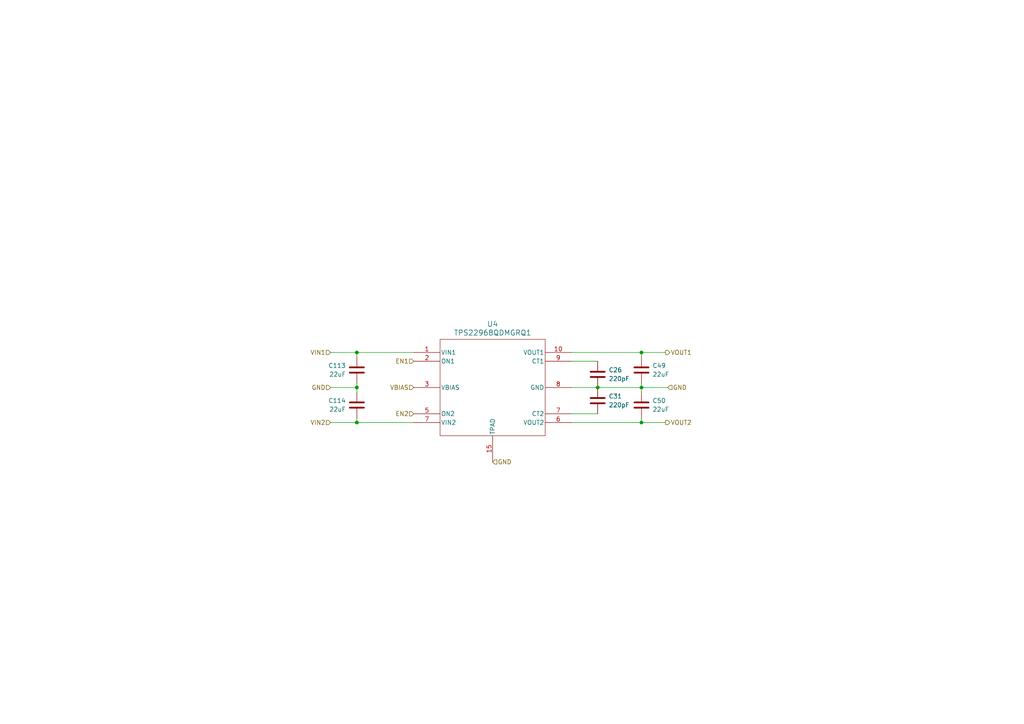
<source format=kicad_sch>
(kicad_sch (version 20250114) (generator "eeschema") (generator_version "9.0")
  (paper "A4")
  (lib_symbols
    (symbol "Common:TPS22968QDMGRQ1" (pin_names (offset 0.254))
      (property "Reference" "U" (at 15.24 33.02 0))
      (property "Value" "TPS22968QDMGRQ1" (at 15.24 30.48 0))
      (symbol "TPS22968QDMGRQ1_0_1"
        (polyline (pts (xy 0 27.94) (xy 0 0)) (stroke (width 0.127)))
        (polyline (pts (xy 0 0) (xy 30.48 0)) (stroke (width 0.127)))
        (polyline (pts (xy 30.48 27.94) (xy 0 27.94)) (stroke (width 0.127)))
        (polyline (pts (xy 30.48 0) (xy 30.48 27.94)) (stroke (width 0.127)))
      )
      (symbol "TPS22968QDMGRQ1_1_1"
        (pin power_in line (at -7.62 24.13 0) (length 7.62) (name "VIN1") (number "1"))
        (pin input line (at -7.62 21.59 0) (length 7.62) (name "ON1") (number "2"))
        (pin power_in line (at -7.62 13.97 0) (length 7.62) (name "VBIAS") (number "3"))
        (pin input line (at -7.62 6.35 0) (length 7.62) (name "ON2") (number "5"))
        (pin power_in line (at -7.62 3.81 0) (length 7.62) (name "VIN2") (number "7"))
        (pin unspecified line (at 15.24 -7.62 90) (length 7.62) (name "TPAD") (number "15"))
        (pin power_out line (at 38.1 24.13 180) (length 7.62) (name "VOUT1") (number "10"))
        (pin output line (at 38.1 21.59 180) (length 7.62) (name "CT1") (number "9"))
        (pin power_in line (at 38.1 13.97 180) (length 7.62) (name "GND") (number "8"))
        (pin output line (at 38.1 6.35 180) (length 7.62) (name "CT2") (number "7"))
        (pin power_out line (at 38.1 3.81 180) (length 7.62) (name "VOUT2") (number "6"))
      )
    )
    (symbol "Device:C" (pin_numbers (hide yes)) (pin_names (offset 0.254))
      (property "Reference" "C" (at 0.635 2.54 0))
      (property "Value" "C" (at 0.635 -2.54 0))
      (symbol "C_0_1"
        (polyline (pts (xy -2.032 0.762) (xy 2.032 0.762)) (stroke (width 0.508)))
        (polyline (pts (xy -2.032 -0.762) (xy 2.032 -0.762)) (stroke (width 0.508)))
      )
      (symbol "C_1_1"
        (pin passive line (at 0 3.81 270) (length 2.794) (name "~") (number "1"))
        (pin passive line (at 0 -3.81 90) (length 2.794) (name "~") (number "2"))
      )
    )
  )
  (junction (at 173.355 112.395))
  (junction (at 186.055 112.395))
  (junction (at 103.505 102.235))
  (junction (at 103.505 112.395))
  (junction (at 186.055 122.555))
  (junction (at 103.505 122.555))
  (junction (at 186.055 102.235))
  (wire (pts (xy 193.04 102.235) (xy 186.055 102.235)))
  (wire (pts (xy 95.885 102.235) (xy 103.505 102.235)))
  (wire (pts (xy 103.505 121.285) (xy 103.505 122.555)))
  (wire (pts (xy 173.355 112.395) (xy 165.735 112.395)))
  (wire (pts (xy 165.735 104.775) (xy 173.355 104.775)))
  (wire (pts (xy 186.055 113.665) (xy 186.055 112.395)))
  (wire (pts (xy 173.355 120.015) (xy 165.735 120.015)))
  (wire (pts (xy 95.885 112.395) (xy 103.505 112.395)))
  (wire (pts (xy 186.055 112.395) (xy 173.355 112.395)))
  (wire (pts (xy 186.055 111.125) (xy 186.055 112.395)))
  (wire (pts (xy 186.055 121.285) (xy 186.055 122.555)))
  (wire (pts (xy 95.885 122.555) (xy 103.505 122.555)))
  (wire (pts (xy 186.055 103.505) (xy 186.055 102.235)))
  (wire (pts (xy 103.505 102.235) (xy 120.015 102.235)))
  (wire (pts (xy 103.505 122.555) (xy 120.015 122.555)))
  (wire (pts (xy 103.505 102.235) (xy 103.505 103.505)))
  (wire (pts (xy 186.055 102.235) (xy 165.735 102.235)))
  (wire (pts (xy 193.675 112.395) (xy 186.055 112.395)))
  (wire (pts (xy 186.055 122.555) (xy 165.735 122.555)))
  (wire (pts (xy 103.505 112.395) (xy 103.505 113.665)))
  (wire (pts (xy 193.04 122.555) (xy 186.055 122.555)))
  (wire (pts (xy 103.505 111.125) (xy 103.505 112.395)))
  (hierarchical_label "EN1" (shape input) (at 120.015 104.775 180))
  (hierarchical_label "VOUT1" (shape output) (at 193.04 102.235 0))
  (hierarchical_label "VIN1" (shape input) (at 95.885 102.235 180))
  (hierarchical_label "GND" (shape input) (at 193.675 112.395 0))
  (hierarchical_label "VOUT2" (shape output) (at 193.04 122.555 0))
  (hierarchical_label "GND" (shape input) (at 95.885 112.395 180))
  (hierarchical_label "GND" (shape input) (at 142.875 133.985 0))
  (hierarchical_label "VIN2" (shape input) (at 95.885 122.555 180))
  (hierarchical_label "EN2" (shape input) (at 120.015 120.015 180))
  (hierarchical_label "VBIAS" (shape input) (at 120.015 112.395 180))
  (symbol (lib_id "Common:TPS22968QDMGRQ1") (at 127.635 126.365 0) (unit 1)
    (property "Reference" "U4" (at 142.875 93.98 0) (effects (font (size 1.524 1.524))))
    (property "Value" "TPS22968QDMGRQ1" (at 142.875 96.52 0) (effects (font (size 1.524 1.524))))
    (property "Footprint" "DPU14_0P90X2P50_TEX" (effects (hide yes)))
    (property "Datasheet" "TPS22968QDMGRQ1" (effects (hide yes)))
  )
  (symbol (lib_id "Device:C") (at 173.355 116.205 180) (unit 1)
    (property "Reference" "C31" (at 176.53 114.9349 0) (effects (justify right)))
    (property "Value" "220pF" (at 176.53 117.4749 0) (effects (justify right)))
    (property "Description" "Unpolarized capacitor" (effects (hide yes)))
  )
  (symbol (lib_id "Device:C") (at 103.505 117.475 0) (mirror x) (unit 1)
    (property "Reference" "C114" (at 100.33 116.2049 0) (effects (justify right)))
    (property "Value" "22uF" (at 100.33 118.7449 0) (effects (justify right)))
    (property "Description" "Unpolarized capacitor" (effects (hide yes)))
  )
  (symbol (lib_id "Device:C") (at 186.055 117.475 180) (unit 1)
    (property "Reference" "C50" (at 189.23 116.2049 0) (effects (justify right)))
    (property "Value" "22uF" (at 189.23 118.7449 0) (effects (justify right)))
    (property "Description" "Unpolarized capacitor" (effects (hide yes)))
  )
  (symbol (lib_id "Device:C") (at 186.055 107.315 180) (unit 1)
    (property "Reference" "C49" (at 189.23 106.0449 0) (effects (justify right)))
    (property "Value" "22uF" (at 189.23 108.5849 0) (effects (justify right)))
    (property "Description" "Unpolarized capacitor" (effects (hide yes)))
  )
  (symbol (lib_id "Device:C") (at 173.355 108.585 180) (unit 1)
    (property "Reference" "C26" (at 176.53 107.3149 0) (effects (justify right)))
    (property "Value" "220pF" (at 176.53 109.8549 0) (effects (justify right)))
    (property "Description" "Unpolarized capacitor" (effects (hide yes)))
  )
  (symbol (lib_id "Device:C") (at 103.505 107.315 0) (mirror x) (unit 1)
    (property "Reference" "C113" (at 100.33 106.0449 0) (effects (justify right)))
    (property "Value" "22uF" (at 100.33 108.5849 0) (effects (justify right)))
    (property "Description" "Unpolarized capacitor" (effects (hide yes)))
  )
)
</source>
